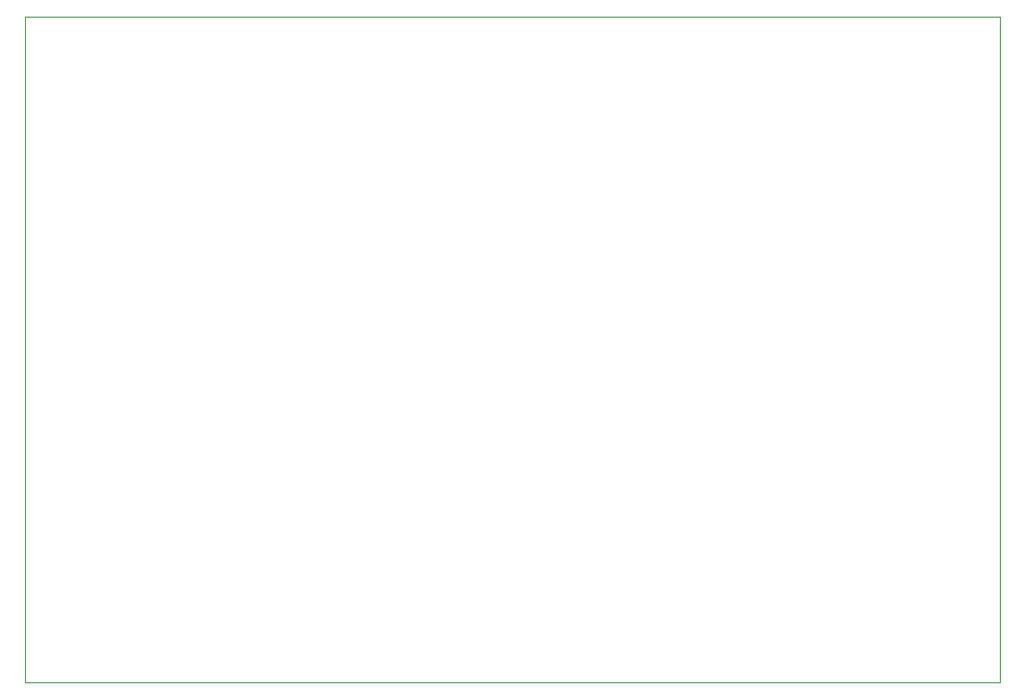
<source format=gbr>
%TF.GenerationSoftware,KiCad,Pcbnew,9.0.6*%
%TF.CreationDate,2026-01-16T13:55:08+01:00*%
%TF.ProjectId,Buck,4275636b-2e6b-4696-9361-645f70636258,rev?*%
%TF.SameCoordinates,Original*%
%TF.FileFunction,Profile,NP*%
%FSLAX46Y46*%
G04 Gerber Fmt 4.6, Leading zero omitted, Abs format (unit mm)*
G04 Created by KiCad (PCBNEW 9.0.6) date 2026-01-16 13:55:08*
%MOMM*%
%LPD*%
G01*
G04 APERTURE LIST*
%TA.AperFunction,Profile*%
%ADD10C,0.050000*%
%TD*%
G04 APERTURE END LIST*
D10*
X137000000Y-153000000D02*
X137000000Y-156750000D01*
X226000000Y-153000000D02*
X226000000Y-156750000D01*
X226000000Y-153000000D02*
X226000000Y-96000000D01*
X137000000Y-156750000D02*
X226000000Y-156750000D01*
X172000000Y-96000000D02*
X226000000Y-96000000D01*
X137000000Y-96000000D02*
X172000000Y-96000000D01*
X137000000Y-153000000D02*
X137000000Y-96000000D01*
M02*

</source>
